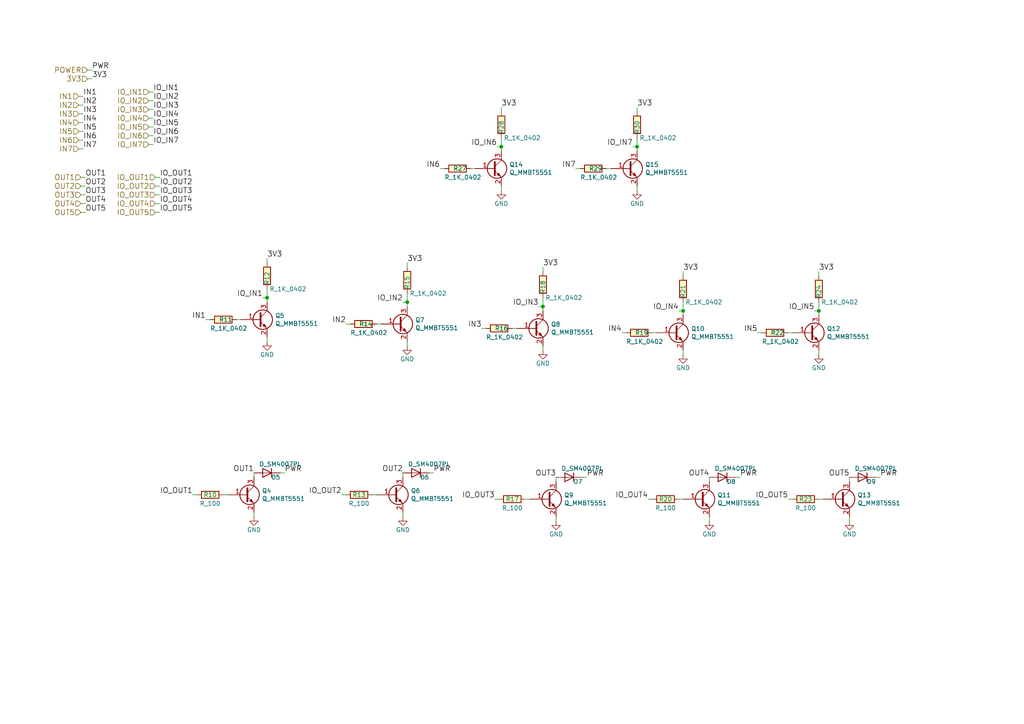
<source format=kicad_sch>
(kicad_sch (version 20211123) (generator eeschema)
  (paper "A4")
  (lib_symbols
    (symbol "Open_Automation:D_SM4007PL" (pin_numbers hide) (pin_names hide)
      (property "Reference" "D" (at 0 2.54 0))
      (property "Value" "Open_Automation_D_SM4007PL" (at 0 -2.54 0))
      (symbol "D_SM4007PL_0_1"
        (polyline (pts (xy -1.27 1.27) (xy -1.27 -1.27)) (stroke (width 0.254)))
        (polyline (pts (xy 1.27 0) (xy -1.27 0)))
        (polyline (pts (xy 1.27 1.27) (xy 1.27 -1.27) (xy -1.27 0) (xy 1.27 1.27)) (stroke (width 0.254)))
      )
      (symbol "D_SM4007PL_1_1"
        (pin passive line (at -3.81 0 0) (length 2.54) (name "K") (number "1"))
        (pin passive line (at 3.81 0 180) (length 2.54) (name "A") (number "2"))
        (pin no_connect line (at -1.27 0 0) (length 2.54) hide (name "NC") (number "2"))
      )
    )
    (symbol "Open_Automation:Q_MMBT5551" (pin_names (offset 0) hide)
      (property "Reference" "Q" (at 7.62 1.27 0))
      (property "Value" "Open_Automation_Q_MMBT5551" (at 15.24 -1.27 0))
      (symbol "Q_MMBT5551_0_1"
        (polyline (pts (xy 0.635 0.635) (xy 2.54 2.54)))
        (polyline (pts (xy 0.635 -0.635) (xy 2.54 -2.54) (xy 2.54 -2.54)))
        (polyline (pts (xy 0.635 1.905) (xy 0.635 -1.905) (xy 0.635 -1.905)) (stroke (width 0.508)))
        (polyline (pts (xy 1.27 -1.778) (xy 1.778 -1.27) (xy 2.286 -2.286) (xy 1.27 -1.778) (xy 1.27 -1.778)) (fill (type outline)))
        (circle (center 1.27 0) (radius 2.8194) (stroke (width 0.254)))
      )
      (symbol "Q_MMBT5551_1_1"
        (pin passive line (at -5.08 0 0) (length 5.715) (name "B") (number "1"))
        (pin passive line (at 2.54 -5.08 90) (length 2.54) (name "E") (number "2"))
        (pin passive line (at 2.54 5.08 270) (length 2.54) (name "C") (number "3"))
      )
    )
    (symbol "Open_Automation:R_100" (pin_numbers hide) (pin_names (offset 0))
      (property "Reference" "R" (at 0 0 90))
      (property "Value" "Open_Automation_R_100" (at -1.905 0 90))
      (symbol "R_100_0_1"
        (rectangle (start -1.016 -2.54) (end 1.016 2.54) (stroke (width 0.254)) (fill (type background)))
      )
      (symbol "R_100_1_1"
        (pin passive line (at 0 -3.81 90) (length 1.27) (name "~") (number "1"))
        (pin passive line (at 0 3.81 270) (length 1.27) (name "~") (number "2"))
      )
    )
    (symbol "Open_Automation:R_1K_0402" (pin_numbers hide) (pin_names (offset 0))
      (property "Reference" "R" (at 0 0 90))
      (property "Value" "Open_Automation_R_1K_0402" (at -1.905 0 90))
      (symbol "R_1K_0402_0_1"
        (rectangle (start -1.016 -2.54) (end 1.016 2.54) (stroke (width 0.254)) (fill (type background)))
      )
      (symbol "R_1K_0402_1_1"
        (pin passive line (at 0 3.81 270) (length 1.27) (name "~") (number "1"))
        (pin passive line (at 0 -3.81 90) (length 1.27) (name "~") (number "2"))
      )
    )
    (symbol "power:GND" (power) (pin_names (offset 0))
      (property "Value" "power_GND" (at 0 -3.81 0))
      (symbol "GND_0_1"
        (polyline (pts (xy 0 0) (xy 0 -1.27) (xy 1.27 -1.27) (xy 0 -2.54) (xy -1.27 -1.27) (xy 0 -1.27)))
      )
      (symbol "GND_1_1"
        (pin power_in line (at 0 0 270) (length 0) hide (name "GND") (number "1"))
      )
    )
  )
  (junction (at 237.49 90.17))
  (junction (at 198.12 90.17))
  (junction (at 184.785 42.545))
  (junction (at 157.48 88.9))
  (junction (at 118.11 87.63))
  (junction (at 145.415 42.545))
  (junction (at 77.47 86.36))
  (wire (pts (xy 24.13 30.48) (xy 22.86 30.48)))
  (wire (pts (xy 100.33 143.51) (xy 99.06 143.51)))
  (wire (pts (xy 237.49 87.63) (xy 237.49 90.17)))
  (wire (pts (xy 237.49 78.74) (xy 237.49 80.01)))
  (wire (pts (xy 145.415 31.115) (xy 145.415 32.385)))
  (wire (pts (xy 228.6 96.52) (xy 229.87 96.52)))
  (wire (pts (xy 46.355 59.055) (xy 45.085 59.055)))
  (wire (pts (xy 183.515 42.545) (xy 184.785 42.545)))
  (wire (pts (xy 220.98 96.52) (xy 219.71 96.52)))
  (wire (pts (xy 44.45 39.37) (xy 43.18 39.37)))
  (wire (pts (xy 184.785 40.005) (xy 184.785 42.545)))
  (wire (pts (xy 255.27 138.43) (xy 254 138.43)))
  (wire (pts (xy 46.355 61.595) (xy 45.085 61.595)))
  (wire (pts (xy 26.67 22.86) (xy 25.4 22.86)))
  (wire (pts (xy 128.905 48.895) (xy 127.635 48.895)))
  (wire (pts (xy 76.2 86.36) (xy 77.47 86.36)))
  (wire (pts (xy 26.67 20.32) (xy 25.4 20.32)))
  (wire (pts (xy 157.48 88.9) (xy 157.48 90.17)))
  (wire (pts (xy 116.84 149.86) (xy 116.84 148.59)))
  (wire (pts (xy 161.29 151.13) (xy 161.29 149.86)))
  (wire (pts (xy 109.22 93.98) (xy 110.49 93.98)))
  (wire (pts (xy 44.45 29.21) (xy 43.18 29.21)))
  (wire (pts (xy 64.77 143.51) (xy 66.04 143.51)))
  (wire (pts (xy 237.49 144.78) (xy 238.76 144.78)))
  (wire (pts (xy 24.13 35.56) (xy 22.86 35.56)))
  (wire (pts (xy 214.63 138.43) (xy 213.36 138.43)))
  (wire (pts (xy 77.47 83.82) (xy 77.47 86.36)))
  (wire (pts (xy 57.15 143.51) (xy 55.88 143.51)))
  (wire (pts (xy 198.12 90.17) (xy 198.12 91.44)))
  (wire (pts (xy 44.45 31.75) (xy 43.18 31.75)))
  (wire (pts (xy 46.355 51.435) (xy 45.085 51.435)))
  (wire (pts (xy 140.97 95.25) (xy 139.7 95.25)))
  (wire (pts (xy 24.13 38.1) (xy 22.86 38.1)))
  (wire (pts (xy 46.355 56.515) (xy 45.085 56.515)))
  (wire (pts (xy 73.66 137.16) (xy 73.66 138.43)))
  (wire (pts (xy 144.145 42.545) (xy 145.415 42.545)))
  (wire (pts (xy 156.21 88.9) (xy 157.48 88.9)))
  (wire (pts (xy 24.765 56.515) (xy 23.495 56.515)))
  (wire (pts (xy 246.38 151.13) (xy 246.38 149.86)))
  (wire (pts (xy 237.49 102.87) (xy 237.49 101.6)))
  (wire (pts (xy 198.12 87.63) (xy 198.12 90.17)))
  (wire (pts (xy 157.48 86.36) (xy 157.48 88.9)))
  (wire (pts (xy 24.13 33.02) (xy 22.86 33.02)))
  (wire (pts (xy 145.415 40.005) (xy 145.415 42.545)))
  (wire (pts (xy 161.29 138.43) (xy 161.29 139.7)))
  (wire (pts (xy 205.74 138.43) (xy 205.74 139.7)))
  (wire (pts (xy 152.4 144.78) (xy 153.67 144.78)))
  (wire (pts (xy 44.45 36.83) (xy 43.18 36.83)))
  (wire (pts (xy 175.895 48.895) (xy 177.165 48.895)))
  (wire (pts (xy 118.11 76.2) (xy 118.11 77.47)))
  (wire (pts (xy 170.18 138.43) (xy 168.91 138.43)))
  (wire (pts (xy 24.765 51.435) (xy 23.495 51.435)))
  (wire (pts (xy 181.61 96.52) (xy 180.34 96.52)))
  (wire (pts (xy 101.6 93.98) (xy 100.33 93.98)))
  (wire (pts (xy 157.48 77.47) (xy 157.48 78.74)))
  (wire (pts (xy 44.45 26.67) (xy 43.18 26.67)))
  (wire (pts (xy 82.55 137.16) (xy 81.28 137.16)))
  (wire (pts (xy 77.47 74.93) (xy 77.47 76.2)))
  (wire (pts (xy 189.23 144.78) (xy 187.96 144.78)))
  (wire (pts (xy 24.765 53.975) (xy 23.495 53.975)))
  (wire (pts (xy 198.12 102.87) (xy 198.12 101.6)))
  (wire (pts (xy 77.47 86.36) (xy 77.47 87.63)))
  (wire (pts (xy 116.84 87.63) (xy 118.11 87.63)))
  (wire (pts (xy 24.13 40.64) (xy 22.86 40.64)))
  (wire (pts (xy 46.355 53.975) (xy 45.085 53.975)))
  (wire (pts (xy 136.525 48.895) (xy 137.795 48.895)))
  (wire (pts (xy 236.22 90.17) (xy 237.49 90.17)))
  (wire (pts (xy 229.87 144.78) (xy 228.6 144.78)))
  (wire (pts (xy 184.785 55.245) (xy 184.785 53.975)))
  (wire (pts (xy 246.38 138.43) (xy 246.38 139.7)))
  (wire (pts (xy 196.85 90.17) (xy 198.12 90.17)))
  (wire (pts (xy 237.49 90.17) (xy 237.49 91.44)))
  (wire (pts (xy 184.785 42.545) (xy 184.785 43.815)))
  (wire (pts (xy 24.13 43.18) (xy 22.86 43.18)))
  (wire (pts (xy 184.785 31.115) (xy 184.785 32.385)))
  (wire (pts (xy 44.45 34.29) (xy 43.18 34.29)))
  (wire (pts (xy 24.13 27.94) (xy 22.86 27.94)))
  (wire (pts (xy 148.59 95.25) (xy 149.86 95.25)))
  (wire (pts (xy 168.275 48.895) (xy 167.005 48.895)))
  (wire (pts (xy 125.73 137.16) (xy 124.46 137.16)))
  (wire (pts (xy 44.45 41.91) (xy 43.18 41.91)))
  (wire (pts (xy 157.48 101.6) (xy 157.48 100.33)))
  (wire (pts (xy 107.95 143.51) (xy 109.22 143.51)))
  (wire (pts (xy 60.96 92.71) (xy 59.69 92.71)))
  (wire (pts (xy 73.66 149.86) (xy 73.66 148.59)))
  (wire (pts (xy 145.415 42.545) (xy 145.415 43.815)))
  (wire (pts (xy 24.765 61.595) (xy 23.495 61.595)))
  (wire (pts (xy 196.85 144.78) (xy 198.12 144.78)))
  (wire (pts (xy 118.11 87.63) (xy 118.11 88.9)))
  (wire (pts (xy 118.11 100.33) (xy 118.11 99.06)))
  (wire (pts (xy 116.84 137.16) (xy 116.84 138.43)))
  (wire (pts (xy 24.765 59.055) (xy 23.495 59.055)))
  (wire (pts (xy 77.47 99.06) (xy 77.47 97.79)))
  (wire (pts (xy 198.12 78.74) (xy 198.12 80.01)))
  (wire (pts (xy 118.11 85.09) (xy 118.11 87.63)))
  (wire (pts (xy 145.415 55.245) (xy 145.415 53.975)))
  (wire (pts (xy 205.74 151.13) (xy 205.74 149.86)))
  (wire (pts (xy 189.23 96.52) (xy 190.5 96.52)))
  (wire (pts (xy 68.58 92.71) (xy 69.85 92.71)))
  (wire (pts (xy 143.51 144.78) (xy 144.78 144.78)))
  (label "3V3" (at 77.47 74.93 0) (effects (font (size 1.524 1.524))))
  (label "IN4" (at 180.34 96.52 180) (effects (font (size 1.524 1.524))))
  (label "IO_OUT4" (at 46.355 59.055 0) (effects (font (size 1.524 1.524))))
  (label "IN1" (at 24.13 27.94 0) (effects (font (size 1.524 1.524))))
  (label "IN3" (at 24.13 33.02 0) (effects (font (size 1.524 1.524))))
  (label "IO_OUT5" (at 228.6 144.78 180) (effects (font (size 1.524 1.524))))
  (label "3V3" (at 157.48 77.47 0) (effects (font (size 1.524 1.524))))
  (label "IO_IN1" (at 44.45 26.67 0) (effects (font (size 1.524 1.524))))
  (label "IN1" (at 59.69 92.71 180) (effects (font (size 1.524 1.524))))
  (label "IO_IN2" (at 116.84 87.63 180) (effects (font (size 1.524 1.524))))
  (label "OUT5" (at 246.38 138.43 180) (effects (font (size 1.524 1.524))))
  (label "OUT2" (at 116.84 137.16 180) (effects (font (size 1.524 1.524))))
  (label "PWR" (at 125.73 137.16 0) (effects (font (size 1.524 1.524))))
  (label "IO_IN3" (at 44.45 31.75 0) (effects (font (size 1.524 1.524))))
  (label "IN5" (at 219.71 96.52 180) (effects (font (size 1.524 1.524))))
  (label "OUT4" (at 205.74 138.43 180) (effects (font (size 1.524 1.524))))
  (label "OUT5" (at 24.765 61.595 0) (effects (font (size 1.524 1.524))))
  (label "IO_IN4" (at 196.85 90.17 180) (effects (font (size 1.524 1.524))))
  (label "IN7" (at 167.005 48.895 180) (effects (font (size 1.524 1.524))))
  (label "IO_IN5" (at 44.45 36.83 0) (effects (font (size 1.524 1.524))))
  (label "IO_OUT5" (at 46.355 61.595 0) (effects (font (size 1.524 1.524))))
  (label "IN7" (at 24.13 43.18 0) (effects (font (size 1.524 1.524))))
  (label "IO_OUT2" (at 46.355 53.975 0) (effects (font (size 1.524 1.524))))
  (label "PWR" (at 170.18 138.43 0) (effects (font (size 1.524 1.524))))
  (label "OUT3" (at 161.29 138.43 180) (effects (font (size 1.524 1.524))))
  (label "OUT3" (at 24.765 56.515 0) (effects (font (size 1.524 1.524))))
  (label "IO_OUT3" (at 46.355 56.515 0) (effects (font (size 1.524 1.524))))
  (label "IO_OUT2" (at 99.06 143.51 180) (effects (font (size 1.524 1.524))))
  (label "IO_IN4" (at 44.45 34.29 0) (effects (font (size 1.524 1.524))))
  (label "3V3" (at 26.67 22.86 0) (effects (font (size 1.524 1.524))))
  (label "IO_IN1" (at 76.2 86.36 180) (effects (font (size 1.524 1.524))))
  (label "IO_OUT3" (at 143.51 144.78 180) (effects (font (size 1.524 1.524))))
  (label "IO_IN7" (at 183.515 42.545 180) (effects (font (size 1.524 1.524))))
  (label "IO_IN2" (at 44.45 29.21 0) (effects (font (size 1.524 1.524))))
  (label "IO_IN3" (at 156.21 88.9 180) (effects (font (size 1.524 1.524))))
  (label "IO_IN6" (at 44.45 39.37 0) (effects (font (size 1.524 1.524))))
  (label "IO_OUT1" (at 46.355 51.435 0) (effects (font (size 1.524 1.524))))
  (label "IO_IN5" (at 236.22 90.17 180) (effects (font (size 1.524 1.524))))
  (label "3V3" (at 184.785 31.115 0) (effects (font (size 1.524 1.524))))
  (label "OUT2" (at 24.765 53.975 0) (effects (font (size 1.524 1.524))))
  (label "IO_IN7" (at 44.45 41.91 0) (effects (font (size 1.524 1.524))))
  (label "OUT4" (at 24.765 59.055 0) (effects (font (size 1.524 1.524))))
  (label "OUT1" (at 73.66 137.16 180) (effects (font (size 1.524 1.524))))
  (label "3V3" (at 145.415 31.115 0) (effects (font (size 1.524 1.524))))
  (label "PWR" (at 82.55 137.16 0) (effects (font (size 1.524 1.524))))
  (label "IN6" (at 24.13 40.64 0) (effects (font (size 1.524 1.524))))
  (label "IO_OUT4" (at 187.96 144.78 180) (effects (font (size 1.524 1.524))))
  (label "3V3" (at 198.12 78.74 0) (effects (font (size 1.524 1.524))))
  (label "IO_OUT1" (at 55.88 143.51 180) (effects (font (size 1.524 1.524))))
  (label "IN4" (at 24.13 35.56 0) (effects (font (size 1.524 1.524))))
  (label "IN6" (at 127.635 48.895 180) (effects (font (size 1.524 1.524))))
  (label "3V3" (at 118.11 76.2 0) (effects (font (size 1.524 1.524))))
  (label "3V3" (at 237.49 78.74 0) (effects (font (size 1.524 1.524))))
  (label "IN5" (at 24.13 38.1 0) (effects (font (size 1.524 1.524))))
  (label "IN3" (at 139.7 95.25 180) (effects (font (size 1.524 1.524))))
  (label "IN2" (at 24.13 30.48 0) (effects (font (size 1.524 1.524))))
  (label "IN2" (at 100.33 93.98 180) (effects (font (size 1.524 1.524))))
  (label "IO_IN6" (at 144.145 42.545 180) (effects (font (size 1.524 1.524))))
  (label "PWR" (at 214.63 138.43 0) (effects (font (size 1.524 1.524))))
  (label "PWR" (at 26.67 20.32 0) (effects (font (size 1.524 1.524))))
  (label "PWR" (at 255.27 138.43 0) (effects (font (size 1.524 1.524))))
  (label "OUT1" (at 24.765 51.435 0) (effects (font (size 1.524 1.524))))
  (hierarchical_label "IO_IN7" (shape input) (at 43.18 41.91 180) (effects (font (size 1.524 1.524))))
  (hierarchical_label "IO_IN2" (shape input) (at 43.18 29.21 180) (effects (font (size 1.524 1.524))))
  (hierarchical_label "IN3" (shape input) (at 22.86 33.02 180) (effects (font (size 1.524 1.524))))
  (hierarchical_label "IO_OUT5" (shape input) (at 45.085 61.595 180) (effects (font (size 1.524 1.524))))
  (hierarchical_label "IN7" (shape input) (at 22.86 43.18 180) (effects (font (size 1.524 1.524))))
  (hierarchical_label "IN1" (shape input) (at 22.86 27.94 180) (effects (font (size 1.524 1.524))))
  (hierarchical_label "IO_OUT2" (shape input) (at 45.085 53.975 180) (effects (font (size 1.524 1.524))))
  (hierarchical_label "OUT2" (shape input) (at 23.495 53.975 180) (effects (font (size 1.524 1.524))))
  (hierarchical_label "IO_IN1" (shape input) (at 43.18 26.67 180) (effects (font (size 1.524 1.524))))
  (hierarchical_label "IN2" (shape input) (at 22.86 30.48 180) (effects (font (size 1.524 1.524))))
  (hierarchical_label "OUT3" (shape input) (at 23.495 56.515 180) (effects (font (size 1.524 1.524))))
  (hierarchical_label "IN5" (shape input) (at 22.86 38.1 180) (effects (font (size 1.524 1.524))))
  (hierarchical_label "IO_IN5" (shape input) (at 43.18 36.83 180) (effects (font (size 1.524 1.524))))
  (hierarchical_label "IN6" (shape input) (at 22.86 40.64 180) (effects (font (size 1.524 1.524))))
  (hierarchical_label "IN4" (shape input) (at 22.86 35.56 180) (effects (font (size 1.524 1.524))))
  (hierarchical_label "IO_IN4" (shape input) (at 43.18 34.29 180) (effects (font (size 1.524 1.524))))
  (hierarchical_label "OUT1" (shape input) (at 23.495 51.435 180) (effects (font (size 1.524 1.524))))
  (hierarchical_label "IO_IN6" (shape input) (at 43.18 39.37 180) (effects (font (size 1.524 1.524))))
  (hierarchical_label "POWER" (shape input) (at 25.4 20.32 180) (effects (font (size 1.524 1.524))))
  (hierarchical_label "IO_IN3" (shape input) (at 43.18 31.75 180) (effects (font (size 1.524 1.524))))
  (hierarchical_label "3V3" (shape input) (at 25.4 22.86 180) (effects (font (size 1.524 1.524))))
  (hierarchical_label "IO_OUT3" (shape input) (at 45.085 56.515 180) (effects (font (size 1.524 1.524))))
  (hierarchical_label "IO_OUT1" (shape input) (at 45.085 51.435 180) (effects (font (size 1.524 1.524))))
  (hierarchical_label "OUT5" (shape input) (at 23.495 61.595 180) (effects (font (size 1.524 1.524))))
  (hierarchical_label "IO_OUT4" (shape input) (at 45.085 59.055 180) (effects (font (size 1.524 1.524))))
  (hierarchical_label "OUT4" (shape input) (at 23.495 59.055 180) (effects (font (size 1.524 1.524))))
  (symbol (lib_id "Open_Automation:D_SM4007PL") (at 77.47 137.16 180) (unit 1)
    (property "Reference" "D5" (at 80.01 138.43 0))
    (property "Value" "D_SM4007PL" (at 81.28 134.62 0))
    (property "Footprint" "Diode_SMD:D_SOD-123F" (effects hide))
    (property "Datasheet" "https://datasheet.lcsc.com/lcsc/1811131822_Amphenol-ICC-10118194-0001LF_C132563.pdf" (effects hide))
    (property "Part Number" "SM4007PL" (effects hide))
    (property "LCSC" "C64898" (effects hide))
  )
  (symbol (lib_id "Open_Automation:D_SM4007PL") (at 120.65 137.16 180) (unit 1)
    (property "Reference" "D6" (at 123.19 138.43 0))
    (property "Value" "D_SM4007PL" (at 124.46 134.62 0))
    (property "Footprint" "Diode_SMD:D_SOD-123F" (effects hide))
    (property "Datasheet" "https://datasheet.lcsc.com/lcsc/1811131822_Amphenol-ICC-10118194-0001LF_C132563.pdf" (effects hide))
    (property "Part Number" "SM4007PL" (effects hide))
    (property "LCSC" "C64898" (effects hide))
  )
  (symbol (lib_id "Open_Automation:D_SM4007PL") (at 165.1 138.43 180) (unit 1)
    (property "Reference" "D7" (at 167.64 139.7 0))
    (property "Value" "D_SM4007PL" (at 168.91 135.89 0))
    (property "Footprint" "Diode_SMD:D_SOD-123F" (effects hide))
    (property "Datasheet" "https://datasheet.lcsc.com/lcsc/1811131822_Amphenol-ICC-10118194-0001LF_C132563.pdf" (effects hide))
    (property "Part Number" "SM4007PL" (effects hide))
    (property "LCSC" "C64898" (effects hide))
  )
  (symbol (lib_id "Open_Automation:Q_MMBT5551") (at 74.93 92.71 0) (unit 1)
    (property "Reference" "Q5" (at 79.7814 91.5416 0) (effects (justify left)))
    (property "Value" "Q_MMBT5551" (at 79.7814 93.853 0) (effects (justify left)))
    (property "Footprint" "Package_TO_SOT_SMD:SOT-23" (effects hide))
    (property "Datasheet" "https://datasheet.lcsc.com/szlcsc/Changjiang-Electronics-Tech-CJ-SS8050_C2150.pdf" (effects hide))
    (property "Part Number" "MMBT5551" (effects hide))
    (property "LCSC" "C2145" (effects hide))
  )
  (symbol (lib_id "Open_Automation:R_1K_0402") (at 64.77 92.71 270) (unit 1)
    (property "Reference" "R11" (at 63.5 92.71 90) (effects (justify left)))
    (property "Value" "R_1K_0402" (at 60.96 95.25 90) (effects (justify left)))
    (property "Footprint" "Resistor_SMD:R_0402_1005Metric_Pad0.72x0.64mm_HandSolder" (effects hide))
    (property "Datasheet" "https://www.digikey.com/product-detail/en/panasonic-electronic-components/ERJ-3GEYJ102V/P1.0KGDKR-ND/577615" (effects hide))
    (property "Part Number" "0402WGF1001TCE" (effects hide))
    (property "LCSC" "C11702" (effects hide))
  )
  (symbol (lib_id "Open_Automation:D_SM4007PL") (at 209.55 138.43 180) (unit 1)
    (property "Reference" "D8" (at 212.09 139.7 0))
    (property "Value" "D_SM4007PL" (at 213.36 135.89 0))
    (property "Footprint" "Diode_SMD:D_SOD-123F" (effects hide))
    (property "Datasheet" "https://datasheet.lcsc.com/lcsc/1811131822_Amphenol-ICC-10118194-0001LF_C132563.pdf" (effects hide))
    (property "Part Number" "SM4007PL" (effects hide))
    (property "LCSC" "C64898" (effects hide))
  )
  (symbol (lib_id "Open_Automation:R_1K_0402") (at 77.47 80.01 180) (unit 1)
    (property "Reference" "R12" (at 77.47 78.74 90) (effects (justify left)))
    (property "Value" "R_1K_0402" (at 88.9 83.82 0) (effects (justify left)))
    (property "Footprint" "Resistor_SMD:R_0402_1005Metric_Pad0.72x0.64mm_HandSolder" (effects hide))
    (property "Datasheet" "https://www.digikey.com/product-detail/en/panasonic-electronic-components/ERJ-3GEYJ102V/P1.0KGDKR-ND/577615" (effects hide))
    (property "Part Number" "0402WGF1001TCE" (effects hide))
    (property "LCSC" "C11702" (effects hide))
  )
  (symbol (lib_id "power:GND") (at 77.47 99.06 0) (unit 1)
    (property "Reference" "#PWR017" (effects hide))
    (property "Value" "GND" (at 77.47 102.87 0))
  )
  (symbol (lib_id "Open_Automation:D_SM4007PL") (at 250.19 138.43 180) (unit 1)
    (property "Reference" "D9" (at 252.73 139.7 0))
    (property "Value" "D_SM4007PL" (at 254 135.89 0))
    (property "Footprint" "Diode_SMD:D_SOD-123F" (effects hide))
    (property "Datasheet" "https://datasheet.lcsc.com/lcsc/1811131822_Amphenol-ICC-10118194-0001LF_C132563.pdf" (effects hide))
    (property "Part Number" "SM4007PL" (effects hide))
    (property "LCSC" "C64898" (effects hide))
  )
  (symbol (lib_id "Open_Automation:Q_MMBT5551") (at 115.57 93.98 0) (unit 1)
    (property "Reference" "Q7" (at 120.4214 92.8116 0) (effects (justify left)))
    (property "Value" "Q_MMBT5551" (at 120.4214 95.123 0) (effects (justify left)))
    (property "Footprint" "Package_TO_SOT_SMD:SOT-23" (effects hide))
    (property "Datasheet" "https://datasheet.lcsc.com/szlcsc/Changjiang-Electronics-Tech-CJ-SS8050_C2150.pdf" (effects hide))
    (property "Part Number" "MMBT5551" (effects hide))
    (property "LCSC" "C2145" (effects hide))
  )
  (symbol (lib_id "Open_Automation:R_1K_0402") (at 105.41 93.98 270) (unit 1)
    (property "Reference" "R14" (at 104.14 93.98 90) (effects (justify left)))
    (property "Value" "R_1K_0402" (at 101.6 96.52 90) (effects (justify left)))
    (property "Footprint" "Resistor_SMD:R_0402_1005Metric_Pad0.72x0.64mm_HandSolder" (effects hide))
    (property "Datasheet" "https://www.digikey.com/product-detail/en/panasonic-electronic-components/ERJ-3GEYJ102V/P1.0KGDKR-ND/577615" (effects hide))
    (property "Part Number" "0402WGF1001TCE" (effects hide))
    (property "LCSC" "C11702" (effects hide))
  )
  (symbol (lib_id "Open_Automation:R_1K_0402") (at 118.11 81.28 180) (unit 1)
    (property "Reference" "R15" (at 118.11 80.01 90) (effects (justify left)))
    (property "Value" "R_1K_0402" (at 129.54 85.09 0) (effects (justify left)))
    (property "Footprint" "Resistor_SMD:R_0402_1005Metric_Pad0.72x0.64mm_HandSolder" (effects hide))
    (property "Datasheet" "https://www.digikey.com/product-detail/en/panasonic-electronic-components/ERJ-3GEYJ102V/P1.0KGDKR-ND/577615" (effects hide))
    (property "Part Number" "0402WGF1001TCE" (effects hide))
    (property "LCSC" "C11702" (effects hide))
  )
  (symbol (lib_id "power:GND") (at 118.11 100.33 0) (unit 1)
    (property "Reference" "#PWR019" (effects hide))
    (property "Value" "GND" (at 118.11 104.14 0))
  )
  (symbol (lib_id "Open_Automation:Q_MMBT5551") (at 154.94 95.25 0) (unit 1)
    (property "Reference" "Q8" (at 159.7914 94.0816 0) (effects (justify left)))
    (property "Value" "Q_MMBT5551" (at 159.7914 96.393 0) (effects (justify left)))
    (property "Footprint" "Package_TO_SOT_SMD:SOT-23" (effects hide))
    (property "Datasheet" "https://datasheet.lcsc.com/szlcsc/Changjiang-Electronics-Tech-CJ-SS8050_C2150.pdf" (effects hide))
    (property "Part Number" "MMBT5551" (effects hide))
    (property "LCSC" "C2145" (effects hide))
  )
  (symbol (lib_id "Open_Automation:R_1K_0402") (at 144.78 95.25 270) (unit 1)
    (property "Reference" "R16" (at 143.51 95.25 90) (effects (justify left)))
    (property "Value" "R_1K_0402" (at 140.97 97.79 90) (effects (justify left)))
    (property "Footprint" "Resistor_SMD:R_0402_1005Metric_Pad0.72x0.64mm_HandSolder" (effects hide))
    (property "Datasheet" "https://www.digikey.com/product-detail/en/panasonic-electronic-components/ERJ-3GEYJ102V/P1.0KGDKR-ND/577615" (effects hide))
    (property "Part Number" "0402WGF1001TCE" (effects hide))
    (property "LCSC" "C11702" (effects hide))
  )
  (symbol (lib_id "Open_Automation:R_1K_0402") (at 157.48 82.55 180) (unit 1)
    (property "Reference" "R18" (at 157.48 81.28 90) (effects (justify left)))
    (property "Value" "R_1K_0402" (at 168.91 86.36 0) (effects (justify left)))
    (property "Footprint" "Resistor_SMD:R_0402_1005Metric_Pad0.72x0.64mm_HandSolder" (effects hide))
    (property "Datasheet" "https://www.digikey.com/product-detail/en/panasonic-electronic-components/ERJ-3GEYJ102V/P1.0KGDKR-ND/577615" (effects hide))
    (property "Part Number" "0402WGF1001TCE" (effects hide))
    (property "LCSC" "C11702" (effects hide))
  )
  (symbol (lib_id "power:GND") (at 157.48 101.6 0) (unit 1)
    (property "Reference" "#PWR020" (effects hide))
    (property "Value" "GND" (at 157.48 105.41 0))
  )
  (symbol (lib_id "Open_Automation:Q_MMBT5551") (at 195.58 96.52 0) (unit 1)
    (property "Reference" "Q10" (at 200.4314 95.3516 0) (effects (justify left)))
    (property "Value" "Q_MMBT5551" (at 200.4314 97.663 0) (effects (justify left)))
    (property "Footprint" "Package_TO_SOT_SMD:SOT-23" (effects hide))
    (property "Datasheet" "https://datasheet.lcsc.com/szlcsc/Changjiang-Electronics-Tech-CJ-SS8050_C2150.pdf" (effects hide))
    (property "Part Number" "MMBT5551" (effects hide))
    (property "LCSC" "C2145" (effects hide))
  )
  (symbol (lib_id "Open_Automation:R_1K_0402") (at 185.42 96.52 270) (unit 1)
    (property "Reference" "R19" (at 184.15 96.52 90) (effects (justify left)))
    (property "Value" "R_1K_0402" (at 181.61 99.06 90) (effects (justify left)))
    (property "Footprint" "Resistor_SMD:R_0402_1005Metric_Pad0.72x0.64mm_HandSolder" (effects hide))
    (property "Datasheet" "https://www.digikey.com/product-detail/en/panasonic-electronic-components/ERJ-3GEYJ102V/P1.0KGDKR-ND/577615" (effects hide))
    (property "Part Number" "0402WGF1001TCE" (effects hide))
    (property "LCSC" "C11702" (effects hide))
  )
  (symbol (lib_id "Open_Automation:R_1K_0402") (at 198.12 83.82 180) (unit 1)
    (property "Reference" "R21" (at 198.12 82.55 90) (effects (justify left)))
    (property "Value" "R_1K_0402" (at 209.55 87.63 0) (effects (justify left)))
    (property "Footprint" "Resistor_SMD:R_0402_1005Metric_Pad0.72x0.64mm_HandSolder" (effects hide))
    (property "Datasheet" "https://www.digikey.com/product-detail/en/panasonic-electronic-components/ERJ-3GEYJ102V/P1.0KGDKR-ND/577615" (effects hide))
    (property "Part Number" "0402WGF1001TCE" (effects hide))
    (property "LCSC" "C11702" (effects hide))
  )
  (symbol (lib_id "power:GND") (at 198.12 102.87 0) (unit 1)
    (property "Reference" "#PWR022" (effects hide))
    (property "Value" "GND" (at 198.12 106.68 0))
  )
  (symbol (lib_id "Open_Automation:Q_MMBT5551") (at 71.12 143.51 0) (unit 1)
    (property "Reference" "Q4" (at 75.9714 142.3416 0) (effects (justify left)))
    (property "Value" "Q_MMBT5551" (at 75.9714 144.653 0) (effects (justify left)))
    (property "Footprint" "Package_TO_SOT_SMD:SOT-23" (effects hide))
    (property "Datasheet" "https://datasheet.lcsc.com/szlcsc/Changjiang-Electronics-Tech-CJ-SS8050_C2150.pdf" (effects hide))
    (property "Part Number" "MMBT5551" (effects hide))
    (property "LCSC" "C2145" (effects hide))
  )
  (symbol (lib_id "power:GND") (at 73.66 149.86 0) (unit 1)
    (property "Reference" "#PWR016" (effects hide))
    (property "Value" "GND" (at 73.66 153.67 0))
  )
  (symbol (lib_id "Open_Automation:Q_MMBT5551") (at 114.3 143.51 0) (unit 1)
    (property "Reference" "Q6" (at 119.1514 142.3416 0) (effects (justify left)))
    (property "Value" "Q_MMBT5551" (at 119.1514 144.653 0) (effects (justify left)))
    (property "Footprint" "Package_TO_SOT_SMD:SOT-23" (effects hide))
    (property "Datasheet" "https://datasheet.lcsc.com/szlcsc/Changjiang-Electronics-Tech-CJ-SS8050_C2150.pdf" (effects hide))
    (property "Part Number" "MMBT5551" (effects hide))
    (property "LCSC" "C2145" (effects hide))
  )
  (symbol (lib_id "power:GND") (at 116.84 149.86 0) (unit 1)
    (property "Reference" "#PWR018" (effects hide))
    (property "Value" "GND" (at 116.84 153.67 0))
  )
  (symbol (lib_id "Open_Automation:Q_MMBT5551") (at 158.75 144.78 0) (unit 1)
    (property "Reference" "Q9" (at 163.6014 143.6116 0) (effects (justify left)))
    (property "Value" "Q_MMBT5551" (at 163.6014 145.923 0) (effects (justify left)))
    (property "Footprint" "Package_TO_SOT_SMD:SOT-23" (effects hide))
    (property "Datasheet" "https://datasheet.lcsc.com/szlcsc/Changjiang-Electronics-Tech-CJ-SS8050_C2150.pdf" (effects hide))
    (property "Part Number" "MMBT5551" (effects hide))
    (property "LCSC" "C2145" (effects hide))
  )
  (symbol (lib_id "power:GND") (at 161.29 151.13 0) (unit 1)
    (property "Reference" "#PWR021" (effects hide))
    (property "Value" "GND" (at 161.29 154.94 0))
  )
  (symbol (lib_id "Open_Automation:Q_MMBT5551") (at 203.2 144.78 0) (unit 1)
    (property "Reference" "Q11" (at 208.0514 143.6116 0) (effects (justify left)))
    (property "Value" "Q_MMBT5551" (at 208.0514 145.923 0) (effects (justify left)))
    (property "Footprint" "Package_TO_SOT_SMD:SOT-23" (effects hide))
    (property "Datasheet" "https://datasheet.lcsc.com/szlcsc/Changjiang-Electronics-Tech-CJ-SS8050_C2150.pdf" (effects hide))
    (property "Part Number" "MMBT5551" (effects hide))
    (property "LCSC" "C2145" (effects hide))
  )
  (symbol (lib_id "power:GND") (at 205.74 151.13 0) (unit 1)
    (property "Reference" "#PWR023" (effects hide))
    (property "Value" "GND" (at 205.74 154.94 0))
  )
  (symbol (lib_id "Open_Automation:Q_MMBT5551") (at 234.95 96.52 0) (unit 1)
    (property "Reference" "Q12" (at 239.8014 95.3516 0) (effects (justify left)))
    (property "Value" "Q_MMBT5551" (at 239.8014 97.663 0) (effects (justify left)))
    (property "Footprint" "Package_TO_SOT_SMD:SOT-23" (effects hide))
    (property "Datasheet" "https://datasheet.lcsc.com/szlcsc/Changjiang-Electronics-Tech-CJ-SS8050_C2150.pdf" (effects hide))
    (property "Part Number" "MMBT5551" (effects hide))
    (property "LCSC" "C2145" (effects hide))
  )
  (symbol (lib_id "Open_Automation:R_1K_0402") (at 224.79 96.52 270) (unit 1)
    (property "Reference" "R22" (at 223.52 96.52 90) (effects (justify left)))
    (property "Value" "R_1K_0402" (at 220.98 99.06 90) (effects (justify left)))
    (property "Footprint" "Resistor_SMD:R_0402_1005Metric_Pad0.72x0.64mm_HandSolder" (effects hide))
    (property "Datasheet" "https://www.digikey.com/product-detail/en/panasonic-electronic-components/ERJ-3GEYJ102V/P1.0KGDKR-ND/577615" (effects hide))
    (property "Part Number" "0402WGF1001TCE" (effects hide))
    (property "LCSC" "C11702" (effects hide))
  )
  (symbol (lib_id "Open_Automation:R_1K_0402") (at 237.49 83.82 180) (unit 1)
    (property "Reference" "R24" (at 237.49 82.55 90) (effects (justify left)))
    (property "Value" "R_1K_0402" (at 248.92 87.63 0) (effects (justify left)))
    (property "Footprint" "Resistor_SMD:R_0402_1005Metric_Pad0.72x0.64mm_HandSolder" (effects hide))
    (property "Datasheet" "https://www.digikey.com/product-detail/en/panasonic-electronic-components/ERJ-3GEYJ102V/P1.0KGDKR-ND/577615" (effects hide))
    (property "Part Number" "0402WGF1001TCE" (effects hide))
    (property "LCSC" "C11702" (effects hide))
  )
  (symbol (lib_id "power:GND") (at 237.49 102.87 0) (unit 1)
    (property "Reference" "#PWR024" (effects hide))
    (property "Value" "GND" (at 237.49 106.68 0))
  )
  (symbol (lib_id "Open_Automation:Q_MMBT5551") (at 243.84 144.78 0) (unit 1)
    (property "Reference" "Q13" (at 248.6914 143.6116 0) (effects (justify left)))
    (property "Value" "Q_MMBT5551" (at 248.6914 145.923 0) (effects (justify left)))
    (property "Footprint" "Package_TO_SOT_SMD:SOT-23" (effects hide))
    (property "Datasheet" "https://datasheet.lcsc.com/szlcsc/Changjiang-Electronics-Tech-CJ-SS8050_C2150.pdf" (effects hide))
    (property "Part Number" "MMBT5551" (effects hide))
    (property "LCSC" "C2145" (effects hide))
  )
  (symbol (lib_id "power:GND") (at 246.38 151.13 0) (unit 1)
    (property "Reference" "#PWR025" (effects hide))
    (property "Value" "GND" (at 246.38 154.94 0))
  )
  (symbol (lib_id "Open_Automation:R_100") (at 60.96 143.51 270) (unit 1)
    (property "Reference" "R10" (at 60.96 143.51 90))
    (property "Value" "R_100" (at 60.96 146.05 90))
    (property "Footprint" "Resistor_SMD:R_0402_1005Metric_Pad0.72x0.64mm_HandSolder" (effects hide))
    (property "Datasheet" "https://datasheet.lcsc.com/szlcsc/Uniroyal-Elec-0402WGF1000TCE_C25076.pdf" (effects hide))
    (property "Part Number" "0402WGF1000TCE" (effects hide))
    (property "LCSC" "C25076" (effects hide))
  )
  (symbol (lib_id "Open_Automation:R_100") (at 104.14 143.51 270) (unit 1)
    (property "Reference" "R13" (at 104.14 143.51 90))
    (property "Value" "R_100" (at 104.14 146.05 90))
    (property "Footprint" "Resistor_SMD:R_0402_1005Metric_Pad0.72x0.64mm_HandSolder" (effects hide))
    (property "Datasheet" "https://datasheet.lcsc.com/szlcsc/Uniroyal-Elec-0402WGF1000TCE_C25076.pdf" (effects hide))
    (property "Part Number" "0402WGF1000TCE" (effects hide))
    (property "LCSC" "C25076" (effects hide))
  )
  (symbol (lib_id "Open_Automation:R_100") (at 148.59 144.78 270) (unit 1)
    (property "Reference" "R17" (at 148.59 144.78 90))
    (property "Value" "R_100" (at 148.59 147.32 90))
    (property "Footprint" "Resistor_SMD:R_0402_1005Metric_Pad0.72x0.64mm_HandSolder" (effects hide))
    (property "Datasheet" "https://datasheet.lcsc.com/szlcsc/Uniroyal-Elec-0402WGF1000TCE_C25076.pdf" (effects hide))
    (property "Part Number" "0402WGF1000TCE" (effects hide))
    (property "LCSC" "C25076" (effects hide))
  )
  (symbol (lib_id "Open_Automation:R_100") (at 193.04 144.78 270) (unit 1)
    (property "Reference" "R20" (at 193.04 144.78 90))
    (property "Value" "R_100" (at 193.04 147.32 90))
    (property "Footprint" "Resistor_SMD:R_0402_1005Metric_Pad0.72x0.64mm_HandSolder" (effects hide))
    (property "Datasheet" "https://datasheet.lcsc.com/szlcsc/Uniroyal-Elec-0402WGF1000TCE_C25076.pdf" (effects hide))
    (property "Part Number" "0402WGF1000TCE" (effects hide))
    (property "LCSC" "C25076" (effects hide))
  )
  (symbol (lib_id "Open_Automation:R_100") (at 233.68 144.78 270) (unit 1)
    (property "Reference" "R23" (at 233.68 144.78 90))
    (property "Value" "R_100" (at 233.68 147.32 90))
    (property "Footprint" "Resistor_SMD:R_0402_1005Metric_Pad0.72x0.64mm_HandSolder" (effects hide))
    (property "Datasheet" "https://datasheet.lcsc.com/szlcsc/Uniroyal-Elec-0402WGF1000TCE_C25076.pdf" (effects hide))
    (property "Part Number" "0402WGF1000TCE" (effects hide))
    (property "LCSC" "C25076" (effects hide))
  )
  (symbol (lib_id "power:GND") (at 145.415 55.245 0) (unit 1)
    (property "Reference" "#PWR0118" (effects hide))
    (property "Value" "GND" (at 145.415 59.055 0))
  )
  (symbol (lib_id "power:GND") (at 184.785 55.245 0) (unit 1)
    (property "Reference" "#PWR0117" (effects hide))
    (property "Value" "GND" (at 184.785 59.055 0))
  )
  (symbol (lib_id "Open_Automation:R_1K_0402") (at 184.785 36.195 180) (unit 1)
    (property "Reference" "R30" (at 184.785 34.925 90) (effects (justify left)))
    (property "Value" "R_1K_0402" (at 196.215 40.005 0) (effects (justify left)))
    (property "Footprint" "Resistor_SMD:R_0402_1005Metric_Pad0.72x0.64mm_HandSolder" (effects hide))
    (property "Datasheet" "https://www.digikey.com/product-detail/en/panasonic-electronic-components/ERJ-3GEYJ102V/P1.0KGDKR-ND/577615" (effects hide))
    (property "Part Number" "0402WGF1001TCE" (effects hide))
    (property "LCSC" "C11702" (effects hide))
  )
  (symbol (lib_id "Open_Automation:Q_MMBT5551") (at 182.245 48.895 0) (unit 1)
    (property "Reference" "Q15" (at 187.0964 47.7266 0) (effects (justify left)))
    (property "Value" "Q_MMBT5551" (at 187.0964 50.038 0) (effects (justify left)))
    (property "Footprint" "Package_TO_SOT_SMD:SOT-23" (effects hide))
    (property "Datasheet" "https://datasheet.lcsc.com/szlcsc/Changjiang-Electronics-Tech-CJ-SS8050_C2150.pdf" (effects hide))
    (property "Part Number" "MMBT5551" (effects hide))
    (property "LCSC" "C2145" (effects hide))
  )
  (symbol (lib_id "Open_Automation:Q_MMBT5551") (at 142.875 48.895 0) (unit 1)
    (property "Reference" "Q14" (at 147.7264 47.7266 0) (effects (justify left)))
    (property "Value" "Q_MMBT5551" (at 147.7264 50.038 0) (effects (justify left)))
    (property "Footprint" "Package_TO_SOT_SMD:SOT-23" (effects hide))
    (property "Datasheet" "https://datasheet.lcsc.com/szlcsc/Changjiang-Electronics-Tech-CJ-SS8050_C2150.pdf" (effects hide))
    (property "Part Number" "MMBT5551" (effects hide))
    (property "LCSC" "C2145" (effects hide))
  )
  (symbol (lib_id "Open_Automation:R_1K_0402") (at 172.085 48.895 270) (unit 1)
    (property "Reference" "R29" (at 170.815 48.895 90) (effects (justify left)))
    (property "Value" "R_1K_0402" (at 168.275 51.435 90) (effects (justify left)))
    (property "Footprint" "Resistor_SMD:R_0402_1005Metric_Pad0.72x0.64mm_HandSolder" (effects hide))
    (property "Datasheet" "https://www.digikey.com/product-detail/en/panasonic-electronic-components/ERJ-3GEYJ102V/P1.0KGDKR-ND/577615" (effects hide))
    (property "Part Number" "0402WGF1001TCE" (effects hide))
    (property "LCSC" "C11702" (effects hide))
  )
  (symbol (lib_id "Open_Automation:R_1K_0402") (at 145.415 36.195 180) (unit 1)
    (property "Reference" "R28" (at 145.415 34.925 90) (effects (justify left)))
    (property "Value" "R_1K_0402" (at 156.845 40.005 0) (effects (justify left)))
    (property "Footprint" "Resistor_SMD:R_0402_1005Metric_Pad0.72x0.64mm_HandSolder" (effects hide))
    (property "Datasheet" "https://www.digikey.com/product-detail/en/panasonic-electronic-components/ERJ-3GEYJ102V/P1.0KGDKR-ND/577615" (effects hide))
    (property "Part Number" "0402WGF1001TCE" (effects hide))
    (property "LCSC" "C11702" (effects hide))
  )
  (symbol (lib_id "Open_Automation:R_1K_0402") (at 132.715 48.895 270) (unit 1)
    (property "Reference" "R27" (at 131.445 48.895 90) (effects (justify left)))
    (property "Value" "R_1K_0402" (at 128.905 51.435 90) (effects (justify left)))
    (property "Footprint" "Resistor_SMD:R_0402_1005Metric_Pad0.72x0.64mm_HandSolder" (effects hide))
    (property "Datasheet" "https://www.digikey.com/product-detail/en/panasonic-electronic-components/ERJ-3GEYJ102V/P1.0KGDKR-ND/577615" (effects hide))
    (property "Part Number" "0402WGF1001TCE" (effects hide))
    (property "LCSC" "C11702" (effects hide))
  )
)
</source>
